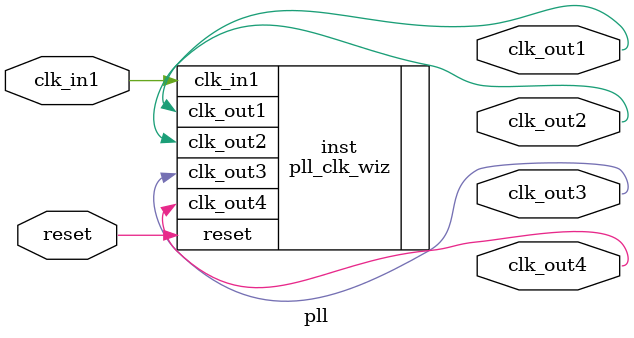
<source format=v>


`timescale 1ps/1ps

(* CORE_GENERATION_INFO = "pll,clk_wiz_v6_0_6_0_0,{component_name=pll,use_phase_alignment=true,use_min_o_jitter=false,use_max_i_jitter=false,use_dyn_phase_shift=false,use_inclk_switchover=false,use_dyn_reconfig=false,enable_axi=0,feedback_source=FDBK_AUTO,PRIMITIVE=MMCM,num_out_clk=4,clkin1_period=20.000,clkin2_period=10.0,use_power_down=false,use_reset=true,use_locked=false,use_inclk_stopped=false,feedback_type=SINGLE,CLOCK_MGR_TYPE=NA,manual_override=false}" *)

module pll 
 (
  // Clock out ports
  output        clk_out1,
  output        clk_out2,
  output        clk_out3,
  output        clk_out4,
  // Status and control signals
  input         reset,
 // Clock in ports
  input         clk_in1
 );

  pll_clk_wiz inst
  (
  // Clock out ports  
  .clk_out1(clk_out1),
  .clk_out2(clk_out2),
  .clk_out3(clk_out3),
  .clk_out4(clk_out4),
  // Status and control signals               
  .reset(reset), 
 // Clock in ports
  .clk_in1(clk_in1)
  );

endmodule

</source>
